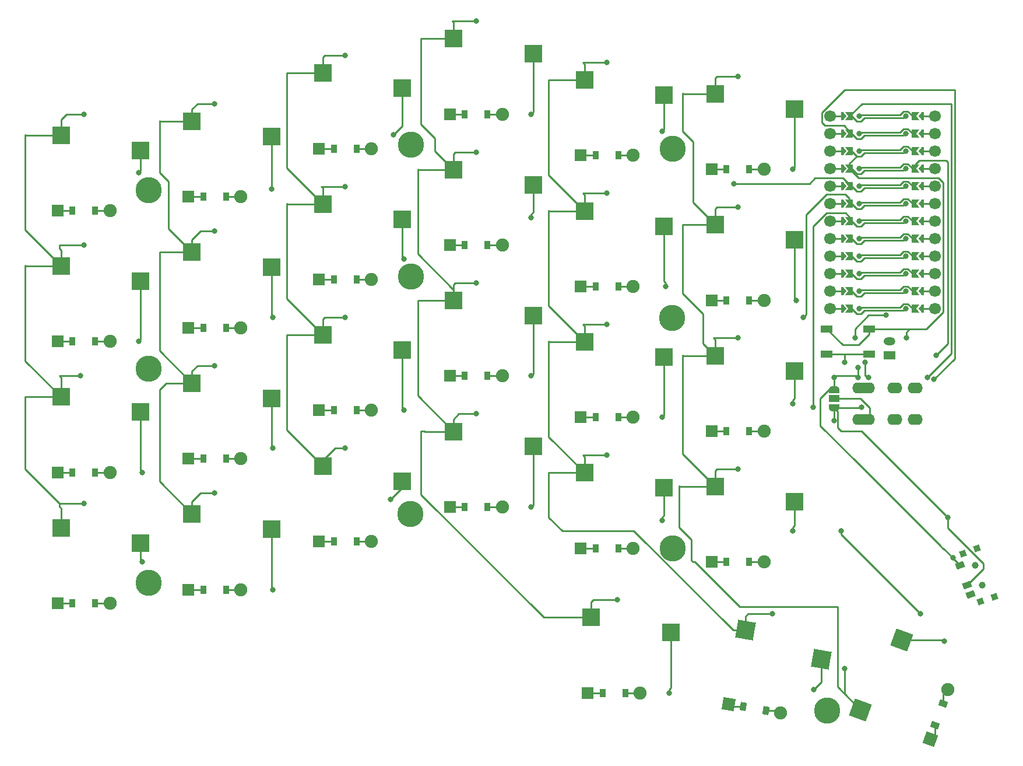
<source format=gbr>
%TF.GenerationSoftware,KiCad,Pcbnew,8.0.5-8.0.5-0~ubuntu20.04.1*%
%TF.CreationDate,2024-10-07T16:46:15+02:00*%
%TF.ProjectId,keyboard_pcb,6b657962-6f61-4726-945f-7063622e6b69,v1.0.0*%
%TF.SameCoordinates,Original*%
%TF.FileFunction,Copper,L2,Bot*%
%TF.FilePolarity,Positive*%
%FSLAX46Y46*%
G04 Gerber Fmt 4.6, Leading zero omitted, Abs format (unit mm)*
G04 Created by KiCad (PCBNEW 8.0.5-8.0.5-0~ubuntu20.04.1) date 2024-10-07 16:46:15*
%MOMM*%
%LPD*%
G01*
G04 APERTURE LIST*
G04 Aperture macros list*
%AMRotRect*
0 Rectangle, with rotation*
0 The origin of the aperture is its center*
0 $1 length*
0 $2 width*
0 $3 Rotation angle, in degrees counterclockwise*
0 Add horizontal line*
21,1,$1,$2,0,0,$3*%
%AMFreePoly0*
4,1,6,0.250000,0.000000,-0.250000,-0.625000,-0.500000,-0.625000,-0.500000,0.625000,-0.250000,0.625000,0.250000,0.000000,0.250000,0.000000,$1*%
%AMFreePoly1*
4,1,6,0.500000,-0.625000,-0.650000,-0.625000,-0.150000,0.000000,-0.650000,0.625000,0.500000,0.625000,0.500000,-0.625000,0.500000,-0.625000,$1*%
%AMFreePoly2*
4,1,19,0.550000,-0.750000,0.000000,-0.750000,0.000000,-0.744911,-0.071157,-0.744911,-0.207708,-0.704816,-0.327430,-0.627875,-0.420627,-0.520320,-0.479746,-0.390866,-0.500000,-0.250000,-0.500000,0.250000,-0.479746,0.390866,-0.420627,0.520320,-0.327430,0.627875,-0.207708,0.704816,-0.071157,0.744911,0.000000,0.744911,0.000000,0.750000,0.550000,0.750000,0.550000,-0.750000,0.550000,-0.750000,
$1*%
%AMFreePoly3*
4,1,19,0.000000,0.744911,0.071157,0.744911,0.207708,0.704816,0.327430,0.627875,0.420627,0.520320,0.479746,0.390866,0.500000,0.250000,0.500000,-0.250000,0.479746,-0.390866,0.420627,-0.520320,0.327430,-0.627875,0.207708,-0.704816,0.071157,-0.744911,0.000000,-0.744911,0.000000,-0.750000,-0.550000,-0.750000,-0.550000,0.750000,0.000000,0.750000,0.000000,0.744911,0.000000,0.744911,
$1*%
G04 Aperture macros list end*
%TA.AperFunction,WasherPad*%
%ADD10C,1.000000*%
%TD*%
%TA.AperFunction,SMDPad,CuDef*%
%ADD11R,2.600000X2.600000*%
%TD*%
%TA.AperFunction,ComponentPad*%
%ADD12R,1.778000X1.778000*%
%TD*%
%TA.AperFunction,SMDPad,CuDef*%
%ADD13R,0.900000X1.200000*%
%TD*%
%TA.AperFunction,ComponentPad*%
%ADD14C,1.905000*%
%TD*%
%TA.AperFunction,SMDPad,CuDef*%
%ADD15FreePoly0,180.000000*%
%TD*%
%TA.AperFunction,ComponentPad*%
%ADD16C,1.700000*%
%TD*%
%TA.AperFunction,SMDPad,CuDef*%
%ADD17FreePoly0,0.000000*%
%TD*%
%TA.AperFunction,SMDPad,CuDef*%
%ADD18FreePoly1,0.000000*%
%TD*%
%TA.AperFunction,ComponentPad*%
%ADD19C,0.800000*%
%TD*%
%TA.AperFunction,SMDPad,CuDef*%
%ADD20FreePoly1,180.000000*%
%TD*%
%TA.AperFunction,ComponentPad*%
%ADD21C,3.800000*%
%TD*%
%TA.AperFunction,ComponentPad*%
%ADD22R,1.700000X1.200000*%
%TD*%
%TA.AperFunction,ComponentPad*%
%ADD23O,1.700000X1.200000*%
%TD*%
%TA.AperFunction,SMDPad,CuDef*%
%ADD24RotRect,0.900000X0.900000X290.000000*%
%TD*%
%TA.AperFunction,SMDPad,CuDef*%
%ADD25RotRect,0.900000X1.250000X290.000000*%
%TD*%
%TA.AperFunction,SMDPad,CuDef*%
%ADD26RotRect,2.600000X2.600000X70.000000*%
%TD*%
%TA.AperFunction,ComponentPad*%
%ADD27RotRect,1.778000X1.778000X70.000000*%
%TD*%
%TA.AperFunction,SMDPad,CuDef*%
%ADD28RotRect,0.900000X1.200000X70.000000*%
%TD*%
%TA.AperFunction,ComponentPad*%
%ADD29O,2.200000X1.600000*%
%TD*%
%TA.AperFunction,SMDPad,CuDef*%
%ADD30R,1.800000X1.100000*%
%TD*%
%TA.AperFunction,ComponentPad*%
%ADD31RotRect,1.778000X1.778000X350.000000*%
%TD*%
%TA.AperFunction,SMDPad,CuDef*%
%ADD32RotRect,0.900000X1.200000X350.000000*%
%TD*%
%TA.AperFunction,SMDPad,CuDef*%
%ADD33RotRect,2.600000X2.600000X350.000000*%
%TD*%
%TA.AperFunction,SMDPad,CuDef*%
%ADD34FreePoly2,270.000000*%
%TD*%
%TA.AperFunction,SMDPad,CuDef*%
%ADD35R,1.500000X1.000000*%
%TD*%
%TA.AperFunction,SMDPad,CuDef*%
%ADD36FreePoly3,270.000000*%
%TD*%
%TA.AperFunction,ViaPad*%
%ADD37C,0.800000*%
%TD*%
%TA.AperFunction,Conductor*%
%ADD38C,0.250000*%
%TD*%
G04 APERTURE END LIST*
D10*
%TO.P,T1,*%
%TO.N,*%
X229486970Y-149500000D03*
X230513030Y-152319078D03*
%TD*%
D11*
%TO.P,S1,1*%
%TO.N,COL0*%
X96725000Y-144050000D03*
%TO.P,S1,2*%
%TO.N,pinky_bottom*%
X108275000Y-146250000D03*
%TD*%
D12*
%TO.P,D6,1*%
%TO.N,ROW3*%
X115190000Y-134000000D03*
D13*
X117350000Y-134000000D03*
%TO.P,D6,2*%
%TO.N,shift_home*%
X120650000Y-134000000D03*
D14*
X122810000Y-134000000D03*
%TD*%
D11*
%TO.P,S19,1*%
%TO.N,COL4*%
X172725000Y-98050000D03*
%TO.P,S19,2*%
%TO.N,index_num*%
X184275000Y-100250000D03*
%TD*%
D12*
%TO.P,D10,1*%
%TO.N,ROW3*%
X134190000Y-127000000D03*
D13*
X136350000Y-127000000D03*
%TO.P,D10,2*%
%TO.N,ring_home*%
X139650000Y-127000000D03*
D14*
X141810000Y-127000000D03*
%TD*%
D15*
%TO.P,MCU1,1*%
%TO.N,MCU1_1*%
X221500000Y-84300000D03*
D16*
X223620000Y-84300000D03*
D15*
%TO.P,MCU1,2*%
%TO.N,MCU1_2*%
X221500000Y-86840000D03*
D16*
X223620000Y-86840000D03*
D15*
%TO.P,MCU1,3*%
%TO.N,MCU1_3*%
X221500000Y-89380000D03*
D16*
X223620000Y-89380000D03*
D15*
%TO.P,MCU1,4*%
%TO.N,MCU1_4*%
X221500000Y-91920000D03*
D16*
X223620000Y-91920000D03*
D15*
%TO.P,MCU1,5*%
%TO.N,MCU1_5*%
X221500000Y-94460000D03*
D16*
X223620000Y-94460000D03*
D15*
%TO.P,MCU1,6*%
%TO.N,MCU1_6*%
X221500000Y-97000000D03*
D16*
X223620000Y-97000000D03*
D15*
%TO.P,MCU1,7*%
%TO.N,MCU1_7*%
X221500000Y-99540000D03*
D16*
X223620000Y-99540000D03*
D15*
%TO.P,MCU1,8*%
%TO.N,MCU1_8*%
X221500000Y-102080000D03*
D16*
X223620000Y-102080000D03*
D15*
%TO.P,MCU1,9*%
%TO.N,MCU1_9*%
X221500000Y-104620000D03*
D16*
X223620000Y-104620000D03*
D15*
%TO.P,MCU1,10*%
%TO.N,MCU1_10*%
X221500000Y-107160000D03*
D16*
X223620000Y-107160000D03*
D15*
%TO.P,MCU1,11*%
%TO.N,MCU1_11*%
X221500000Y-109700000D03*
D16*
X223620000Y-109700000D03*
D15*
%TO.P,MCU1,12*%
%TO.N,MCU1_12*%
X221500000Y-112240000D03*
D16*
X223620000Y-112240000D03*
%TO.P,MCU1,13*%
%TO.N,MCU1_13*%
X208380000Y-112240000D03*
D17*
X210500000Y-112240000D03*
D16*
%TO.P,MCU1,14*%
%TO.N,MCU1_14*%
X208380000Y-109700000D03*
D17*
X210500000Y-109700000D03*
D16*
%TO.P,MCU1,15*%
%TO.N,MCU1_15*%
X208380000Y-107160000D03*
D17*
X210500000Y-107160000D03*
D16*
%TO.P,MCU1,16*%
%TO.N,MCU1_16*%
X208380000Y-104620000D03*
D17*
X210500000Y-104620000D03*
D16*
%TO.P,MCU1,17*%
%TO.N,MCU1_17*%
X208380000Y-102080000D03*
D17*
X210500000Y-102080000D03*
D16*
%TO.P,MCU1,18*%
%TO.N,MCU1_18*%
X208380000Y-99540000D03*
D17*
X210500000Y-99540000D03*
D16*
%TO.P,MCU1,19*%
%TO.N,MCU1_19*%
X208380000Y-97000000D03*
D17*
X210500000Y-97000000D03*
D16*
%TO.P,MCU1,20*%
%TO.N,MCU1_20*%
X208380000Y-94460000D03*
D17*
X210500000Y-94460000D03*
D16*
%TO.P,MCU1,21*%
%TO.N,MCU1_21*%
X208380000Y-91920000D03*
D17*
X210500000Y-91920000D03*
D16*
%TO.P,MCU1,22*%
%TO.N,MCU1_22*%
X208380000Y-89380000D03*
D17*
X210500000Y-89380000D03*
D16*
%TO.P,MCU1,23*%
%TO.N,MCU1_23*%
X208380000Y-86840000D03*
D17*
X210500000Y-86840000D03*
D16*
%TO.P,MCU1,24*%
%TO.N,MCU1_24*%
X208380000Y-84300000D03*
D17*
X210500000Y-84300000D03*
D18*
%TO.P,MCU1,101*%
%TO.N,P1*%
X211225000Y-84300000D03*
D19*
X219400000Y-84300000D03*
D18*
%TO.P,MCU1,102*%
%TO.N,P0*%
X211225000Y-86840000D03*
D19*
X219400000Y-86840000D03*
D18*
%TO.P,MCU1,103*%
%TO.N,GND*%
X211225000Y-89380000D03*
D19*
X219400000Y-89380000D03*
D18*
%TO.P,MCU1,104*%
X211225000Y-91920000D03*
D19*
X219400000Y-91920000D03*
D18*
%TO.P,MCU1,105*%
%TO.N,COL0*%
X211225000Y-94460000D03*
D19*
X219400000Y-94460000D03*
D18*
%TO.P,MCU1,106*%
%TO.N,COL1*%
X211225000Y-97000000D03*
D19*
X219400000Y-97000000D03*
D18*
%TO.P,MCU1,107*%
%TO.N,COL2*%
X211225000Y-99540000D03*
D19*
X219400000Y-99540000D03*
D18*
%TO.P,MCU1,108*%
%TO.N,COL3*%
X211225000Y-102080000D03*
D19*
X219400000Y-102080000D03*
D18*
%TO.P,MCU1,109*%
%TO.N,COL4*%
X211225000Y-104620000D03*
D19*
X219400000Y-104620000D03*
D18*
%TO.P,MCU1,110*%
%TO.N,COL5*%
X211225000Y-107160000D03*
D19*
X219400000Y-107160000D03*
D18*
%TO.P,MCU1,111*%
%TO.N,P8*%
X211225000Y-109700000D03*
D19*
X219400000Y-109700000D03*
D18*
%TO.P,MCU1,112*%
%TO.N,P9*%
X211225000Y-112240000D03*
D19*
X219400000Y-112240000D03*
%TO.P,MCU1,113*%
%TO.N,P10*%
X212600000Y-112240000D03*
D20*
X220775000Y-112240000D03*
D19*
%TO.P,MCU1,114*%
%TO.N,P16*%
X212600000Y-109700000D03*
D20*
X220775000Y-109700000D03*
D19*
%TO.P,MCU1,115*%
%TO.N,P14*%
X212600000Y-107160000D03*
D20*
X220775000Y-107160000D03*
D19*
%TO.P,MCU1,116*%
%TO.N,ROW4*%
X212600000Y-104620000D03*
D20*
X220775000Y-104620000D03*
D19*
%TO.P,MCU1,117*%
%TO.N,ROW3*%
X212600000Y-102080000D03*
D20*
X220775000Y-102080000D03*
D19*
%TO.P,MCU1,118*%
%TO.N,ROW2*%
X212600000Y-99540000D03*
D20*
X220775000Y-99540000D03*
D19*
%TO.P,MCU1,119*%
%TO.N,ROW1*%
X212600000Y-97000000D03*
D20*
X220775000Y-97000000D03*
D19*
%TO.P,MCU1,120*%
%TO.N,ROW0*%
X212600000Y-94460000D03*
D20*
X220775000Y-94460000D03*
D19*
%TO.P,MCU1,121*%
%TO.N,VCC*%
X212600000Y-91920000D03*
D20*
X220775000Y-91920000D03*
D19*
%TO.P,MCU1,122*%
%TO.N,RST*%
X212600000Y-89380000D03*
D20*
X220775000Y-89380000D03*
D19*
%TO.P,MCU1,123*%
%TO.N,GND*%
X212600000Y-86840000D03*
D20*
X220775000Y-86840000D03*
D19*
%TO.P,MCU1,124*%
%TO.N,RAW*%
X212600000Y-84300000D03*
D20*
X220775000Y-84300000D03*
%TD*%
D11*
%TO.P,S8,1*%
%TO.N,COL1*%
X115725000Y-85050000D03*
%TO.P,S8,2*%
%TO.N,shift_top*%
X127275000Y-87250000D03*
%TD*%
D12*
%TO.P,D17,1*%
%TO.N,ROW4*%
X172190000Y-147000000D03*
D13*
X174350000Y-147000000D03*
%TO.P,D17,2*%
%TO.N,index_bottom*%
X177650000Y-147000000D03*
D14*
X179810000Y-147000000D03*
%TD*%
D11*
%TO.P,S3,1*%
%TO.N,COL0*%
X96725000Y-106050000D03*
%TO.P,S3,2*%
%TO.N,pinky_num*%
X108275000Y-108250000D03*
%TD*%
D12*
%TO.P,D23,1*%
%TO.N,ROW2*%
X191190000Y-111000000D03*
D13*
X193350000Y-111000000D03*
%TO.P,D23,2*%
%TO.N,inner_num*%
X196650000Y-111000000D03*
D14*
X198810000Y-111000000D03*
%TD*%
D21*
%TO.P,H3,*%
%TO.N,*%
X109450000Y-152000000D03*
%TD*%
%TO.P,H8,*%
%TO.N,*%
X109450000Y-120920000D03*
%TD*%
D12*
%TO.P,D2,1*%
%TO.N,ROW3*%
X96190000Y-136000000D03*
D13*
X98350000Y-136000000D03*
%TO.P,D2,2*%
%TO.N,pinky_home*%
X101650000Y-136000000D03*
D14*
X103810000Y-136000000D03*
%TD*%
D12*
%TO.P,D21,1*%
%TO.N,ROW4*%
X191190000Y-149000000D03*
D13*
X193350000Y-149000000D03*
%TO.P,D21,2*%
%TO.N,inner_bottom*%
X196650000Y-149000000D03*
D14*
X198810000Y-149000000D03*
%TD*%
D22*
%TO.P,JST2,1*%
%TO.N,VCC*%
X217000000Y-119000000D03*
D23*
%TO.P,JST2,2*%
%TO.N,GND*%
X217000000Y-117000000D03*
%TD*%
D24*
%TO.P,T2,*%
%TO.N,*%
X229768187Y-147056454D03*
X227700865Y-147808898D03*
D10*
X229486970Y-149500000D03*
X230513030Y-152319078D03*
D24*
X232299135Y-154010180D03*
X230231813Y-154762624D03*
D25*
%TO.P,T2,1*%
%TO.N,VCC*%
X227280592Y-149504921D03*
%TO.P,T2,2*%
%TO.N,GND*%
X228306653Y-152324000D03*
%TO.P,T2,3*%
%TO.N,N/C*%
X228819683Y-153733539D03*
%TD*%
D12*
%TO.P,D19,1*%
%TO.N,ROW2*%
X172190000Y-109000000D03*
D13*
X174350000Y-109000000D03*
%TO.P,D19,2*%
%TO.N,index_num*%
X177650000Y-109000000D03*
D14*
X179810000Y-109000000D03*
%TD*%
D12*
%TO.P,D8,1*%
%TO.N,ROW1*%
X115190000Y-96000000D03*
D13*
X117350000Y-96000000D03*
%TO.P,D8,2*%
%TO.N,shift_top*%
X120650000Y-96000000D03*
D14*
X122810000Y-96000000D03*
%TD*%
D22*
%TO.P,JST1,1*%
%TO.N,VCC*%
X217000000Y-119000000D03*
D23*
%TO.P,JST1,2*%
%TO.N,GND*%
X217000000Y-117000000D03*
%TD*%
D11*
%TO.P,S16,1*%
%TO.N,COL3*%
X153725000Y-73050000D03*
%TO.P,S16,2*%
%TO.N,middle_top*%
X165275000Y-75250000D03*
%TD*%
%TO.P,S4,1*%
%TO.N,COL0*%
X96725000Y-87050000D03*
%TO.P,S4,2*%
%TO.N,pinky_top*%
X108275000Y-89250000D03*
%TD*%
D12*
%TO.P,D11,1*%
%TO.N,ROW2*%
X134190000Y-108000000D03*
D13*
X136350000Y-108000000D03*
%TO.P,D11,2*%
%TO.N,ring_num*%
X139650000Y-108000000D03*
D14*
X141810000Y-108000000D03*
%TD*%
D11*
%TO.P,S2,1*%
%TO.N,COL0*%
X96725000Y-125050000D03*
%TO.P,S2,2*%
%TO.N,pinky_home*%
X108275000Y-127250000D03*
%TD*%
%TO.P,S24,1*%
%TO.N,COL5*%
X191725000Y-81050000D03*
%TO.P,S24,2*%
%TO.N,inner_top*%
X203275000Y-83250000D03*
%TD*%
D26*
%TO.P,S27,1*%
%TO.N,COL5*%
X212821964Y-170453458D03*
%TO.P,S27,2*%
%TO.N,far_thumb*%
X218839620Y-160352453D03*
%TD*%
D12*
%TO.P,D15,1*%
%TO.N,ROW2*%
X153190000Y-103000000D03*
D13*
X155350000Y-103000000D03*
%TO.P,D15,2*%
%TO.N,middle_num*%
X158650000Y-103000000D03*
D14*
X160810000Y-103000000D03*
%TD*%
D12*
%TO.P,D18,1*%
%TO.N,ROW3*%
X172190000Y-128000000D03*
D13*
X174350000Y-128000000D03*
%TO.P,D18,2*%
%TO.N,index_home*%
X177650000Y-128000000D03*
D14*
X179810000Y-128000000D03*
%TD*%
D27*
%TO.P,D27,1*%
%TO.N,ROW0*%
X222928617Y-174701314D03*
D28*
X223667381Y-172671578D03*
%TO.P,D27,2*%
%TO.N,far_thumb*%
X224796047Y-169570592D03*
D14*
X225534811Y-167540856D03*
%TD*%
D21*
%TO.P,H2,*%
%TO.N,*%
X109450000Y-95000000D03*
%TD*%
%TO.P,H1,*%
%TO.N,*%
X185550000Y-89000000D03*
%TD*%
D12*
%TO.P,D25,1*%
%TO.N,ROW0*%
X173190000Y-168000000D03*
D13*
X175350000Y-168000000D03*
%TO.P,D25,2*%
%TO.N,near_thumb*%
X178650000Y-168000000D03*
D14*
X180810000Y-168000000D03*
%TD*%
D29*
%TO.P,TRRS1,1*%
%TO.N,VCC*%
X212700000Y-123700000D03*
X212700000Y-128300000D03*
%TO.P,TRRS1,2*%
%TO.N,GND*%
X213800000Y-123700000D03*
X213800000Y-128300000D03*
%TO.P,TRRS1,3*%
%TO.N,P1*%
X217800000Y-123700000D03*
X217800000Y-128300000D03*
%TO.P,TRRS1,4*%
%TO.N,P0*%
X220800000Y-123700000D03*
X220800000Y-128300000D03*
%TD*%
D12*
%TO.P,D14,1*%
%TO.N,ROW3*%
X153190000Y-122000000D03*
D13*
X155350000Y-122000000D03*
%TO.P,D14,2*%
%TO.N,middle_home*%
X158650000Y-122000000D03*
D14*
X160810000Y-122000000D03*
%TD*%
D11*
%TO.P,S20,1*%
%TO.N,COL4*%
X172725000Y-79050000D03*
%TO.P,S20,2*%
%TO.N,index_top*%
X184275000Y-81250000D03*
%TD*%
%TO.P,S11,1*%
%TO.N,COL2*%
X134725000Y-97050000D03*
%TO.P,S11,2*%
%TO.N,ring_num*%
X146275000Y-99250000D03*
%TD*%
%TO.P,S9,1*%
%TO.N,COL2*%
X134725000Y-135050000D03*
%TO.P,S9,2*%
%TO.N,ring_bottom*%
X146275000Y-137250000D03*
%TD*%
%TO.P,S12,1*%
%TO.N,COL2*%
X134725000Y-78050000D03*
%TO.P,S12,2*%
%TO.N,ring_top*%
X146275000Y-80250000D03*
%TD*%
D12*
%TO.P,D12,1*%
%TO.N,ROW1*%
X134190000Y-89000000D03*
D13*
X136350000Y-89000000D03*
%TO.P,D12,2*%
%TO.N,ring_top*%
X139650000Y-89000000D03*
D14*
X141810000Y-89000000D03*
%TD*%
D11*
%TO.P,S10,1*%
%TO.N,COL2*%
X134725000Y-116050000D03*
%TO.P,S10,2*%
%TO.N,ring_home*%
X146275000Y-118250000D03*
%TD*%
D30*
%TO.P,B2,1*%
%TO.N,GND*%
X207900000Y-115150000D03*
X214100000Y-115150000D03*
%TO.P,B2,2*%
%TO.N,RST*%
X207900000Y-118850000D03*
X214100000Y-118850000D03*
%TD*%
D12*
%TO.P,D13,1*%
%TO.N,ROW4*%
X153190000Y-141000000D03*
D13*
X155350000Y-141000000D03*
%TO.P,D13,2*%
%TO.N,middle_bottom*%
X158650000Y-141000000D03*
D14*
X160810000Y-141000000D03*
%TD*%
D21*
%TO.P,H5,*%
%TO.N,*%
X147550000Y-107550000D03*
%TD*%
D11*
%TO.P,S5,1*%
%TO.N,COL1*%
X115725000Y-142050000D03*
%TO.P,S5,2*%
%TO.N,shift_bottom*%
X127275000Y-144250000D03*
%TD*%
D21*
%TO.P,H7,*%
%TO.N,*%
X208012759Y-170538758D03*
%TD*%
D11*
%TO.P,S13,1*%
%TO.N,COL3*%
X153725000Y-130050000D03*
%TO.P,S13,2*%
%TO.N,middle_bottom*%
X165275000Y-132250000D03*
%TD*%
%TO.P,S17,1*%
%TO.N,COL4*%
X172725000Y-136050000D03*
%TO.P,S17,2*%
%TO.N,index_bottom*%
X184275000Y-138250000D03*
%TD*%
D21*
%TO.P,H4,*%
%TO.N,*%
X185550000Y-147000000D03*
%TD*%
D12*
%TO.P,D24,1*%
%TO.N,ROW1*%
X191190000Y-92000000D03*
D13*
X193350000Y-92000000D03*
%TO.P,D24,2*%
%TO.N,inner_top*%
X196650000Y-92000000D03*
D14*
X198810000Y-92000000D03*
%TD*%
D11*
%TO.P,S21,1*%
%TO.N,COL5*%
X191725000Y-138050000D03*
%TO.P,S21,2*%
%TO.N,inner_bottom*%
X203275000Y-140250000D03*
%TD*%
D12*
%TO.P,D22,1*%
%TO.N,ROW3*%
X191190000Y-130000000D03*
D13*
X193350000Y-130000000D03*
%TO.P,D22,2*%
%TO.N,inner_home*%
X196650000Y-130000000D03*
D14*
X198810000Y-130000000D03*
%TD*%
D12*
%TO.P,D9,1*%
%TO.N,ROW4*%
X134190000Y-146000000D03*
D13*
X136350000Y-146000000D03*
%TO.P,D9,2*%
%TO.N,ring_bottom*%
X139650000Y-146000000D03*
D14*
X141810000Y-146000000D03*
%TD*%
D11*
%TO.P,S18,1*%
%TO.N,COL4*%
X172725000Y-117050000D03*
%TO.P,S18,2*%
%TO.N,index_home*%
X184275000Y-119250000D03*
%TD*%
D12*
%TO.P,D5,1*%
%TO.N,ROW4*%
X115190000Y-153000000D03*
D13*
X117350000Y-153000000D03*
%TO.P,D5,2*%
%TO.N,shift_bottom*%
X120650000Y-153000000D03*
D14*
X122810000Y-153000000D03*
%TD*%
D11*
%TO.P,S22,1*%
%TO.N,COL5*%
X191725000Y-119050000D03*
%TO.P,S22,2*%
%TO.N,inner_home*%
X203275000Y-121250000D03*
%TD*%
D12*
%TO.P,D3,1*%
%TO.N,ROW2*%
X96190000Y-117000000D03*
D13*
X98350000Y-117000000D03*
%TO.P,D3,2*%
%TO.N,pinky_num*%
X101650000Y-117000000D03*
D14*
X103810000Y-117000000D03*
%TD*%
D12*
%TO.P,D4,1*%
%TO.N,ROW1*%
X96190000Y-98000000D03*
D13*
X98350000Y-98000000D03*
%TO.P,D4,2*%
%TO.N,pinky_top*%
X101650000Y-98000000D03*
D14*
X103810000Y-98000000D03*
%TD*%
D21*
%TO.P,H6,*%
%TO.N,*%
X147450000Y-142000000D03*
%TD*%
D11*
%TO.P,S23,1*%
%TO.N,COL5*%
X191725000Y-100050000D03*
%TO.P,S23,2*%
%TO.N,inner_num*%
X203275000Y-102250000D03*
%TD*%
D31*
%TO.P,D26,1*%
%TO.N,ROW0*%
X193674094Y-169606650D03*
D32*
X195801281Y-169981731D03*
%TO.P,D26,2*%
%TO.N,home_thumb*%
X199051147Y-170554769D03*
D14*
X201178334Y-170929850D03*
%TD*%
D12*
%TO.P,D7,1*%
%TO.N,ROW2*%
X115190000Y-115000000D03*
D13*
X117350000Y-115000000D03*
%TO.P,D7,2*%
%TO.N,shift_num*%
X120650000Y-115000000D03*
D14*
X122810000Y-115000000D03*
%TD*%
D11*
%TO.P,S6,1*%
%TO.N,COL1*%
X115725000Y-123050000D03*
%TO.P,S6,2*%
%TO.N,shift_home*%
X127275000Y-125250000D03*
%TD*%
%TO.P,S25,1*%
%TO.N,COL3*%
X173725000Y-157050000D03*
%TO.P,S25,2*%
%TO.N,near_thumb*%
X185275000Y-159250000D03*
%TD*%
D21*
%TO.P,H9,*%
%TO.N,*%
X147550000Y-88450000D03*
%TD*%
%TO.P,H10,*%
%TO.N,*%
X185450000Y-113550000D03*
%TD*%
D33*
%TO.P,S26,1*%
%TO.N,COL4*%
X196102416Y-158915907D03*
%TO.P,S26,2*%
%TO.N,home_thumb*%
X207094920Y-163088121D03*
%TD*%
D11*
%TO.P,S7,1*%
%TO.N,COL1*%
X115725000Y-104050000D03*
%TO.P,S7,2*%
%TO.N,shift_num*%
X127275000Y-106250000D03*
%TD*%
D12*
%TO.P,D16,1*%
%TO.N,ROW1*%
X153190000Y-84000000D03*
D13*
X155350000Y-84000000D03*
%TO.P,D16,2*%
%TO.N,middle_top*%
X158650000Y-84000000D03*
D14*
X160810000Y-84000000D03*
%TD*%
D12*
%TO.P,D1,1*%
%TO.N,ROW4*%
X96190000Y-155000000D03*
D13*
X98350000Y-155000000D03*
%TO.P,D1,2*%
%TO.N,pinky_bottom*%
X101650000Y-155000000D03*
D14*
X103810000Y-155000000D03*
%TD*%
D11*
%TO.P,S15,1*%
%TO.N,COL3*%
X153725000Y-92050000D03*
%TO.P,S15,2*%
%TO.N,middle_num*%
X165275000Y-94250000D03*
%TD*%
%TO.P,S14,1*%
%TO.N,COL3*%
X153725000Y-111050000D03*
%TO.P,S14,2*%
%TO.N,middle_home*%
X165275000Y-113250000D03*
%TD*%
D12*
%TO.P,D20,1*%
%TO.N,ROW1*%
X172190000Y-90000000D03*
D13*
X174350000Y-90000000D03*
%TO.P,D20,2*%
%TO.N,index_top*%
X177650000Y-90000000D03*
D14*
X179810000Y-90000000D03*
%TD*%
D34*
%TO.P,REF\u002A\u002A,1*%
%TO.N,VCC*%
X209000000Y-124000000D03*
D35*
%TO.P,REF\u002A\u002A,2*%
%TO.N,GND*%
X209000000Y-125300000D03*
D36*
%TO.P,REF\u002A\u002A,3*%
X209000000Y-126600000D03*
%TD*%
D37*
%TO.N,COL0*%
X100000000Y-140500000D03*
X100000000Y-84000000D03*
X194412347Y-94087653D03*
X99500000Y-122000000D03*
X100000000Y-103000000D03*
%TO.N,pinky_bottom*%
X108500000Y-149000000D03*
%TO.N,pinky_home*%
X108500000Y-136000000D03*
%TO.N,pinky_num*%
X108000000Y-117000000D03*
%TO.N,pinky_top*%
X108000000Y-92500000D03*
%TO.N,COL1*%
X119000000Y-120500000D03*
X204500000Y-113500000D03*
X119000000Y-101000000D03*
X119000000Y-82500000D03*
X119000000Y-139000000D03*
%TO.N,shift_bottom*%
X127500000Y-153000000D03*
%TO.N,shift_home*%
X127487347Y-132487347D03*
%TO.N,shift_num*%
X127500000Y-113500000D03*
%TO.N,shift_top*%
X127332347Y-94832347D03*
%TO.N,COL2*%
X138000000Y-113500000D03*
X138000000Y-132500000D03*
X205950000Y-126500000D03*
X138000000Y-94500000D03*
X138000000Y-75500000D03*
%TO.N,ring_bottom*%
X144561297Y-139938703D03*
%TO.N,ring_home*%
X146500000Y-127000000D03*
%TO.N,ring_num*%
X146500000Y-105000000D03*
%TO.N,ring_top*%
X145000000Y-87000000D03*
%TO.N,COL3*%
X157000000Y-127500000D03*
X157000000Y-70500000D03*
X177500000Y-154500000D03*
X157000000Y-89500000D03*
X157000000Y-108500000D03*
%TO.N,middle_bottom*%
X165000000Y-141000000D03*
%TO.N,middle_home*%
X165000000Y-122000000D03*
%TO.N,middle_num*%
X165000000Y-99000000D03*
%TO.N,middle_top*%
X165000000Y-84000000D03*
%TO.N,COL4*%
X176000000Y-95500000D03*
X176000000Y-76500000D03*
X200000000Y-156500000D03*
X176000000Y-114500000D03*
X176000000Y-133500000D03*
%TO.N,index_bottom*%
X184000000Y-143000000D03*
%TO.N,index_home*%
X184000000Y-128000000D03*
%TO.N,index_num*%
X184500000Y-109000000D03*
%TO.N,index_top*%
X184000000Y-86500000D03*
%TO.N,COL5*%
X195000000Y-135500000D03*
X195000000Y-116500000D03*
X210500000Y-164500000D03*
X195000000Y-97500000D03*
X195000000Y-78500000D03*
%TO.N,inner_bottom*%
X203000000Y-144500000D03*
%TO.N,inner_home*%
X203000000Y-126000000D03*
%TO.N,inner_num*%
X203500000Y-111000000D03*
%TO.N,inner_top*%
X203000000Y-92000000D03*
%TO.N,near_thumb*%
X185000000Y-168000000D03*
%TO.N,home_thumb*%
X206000000Y-167500000D03*
%TO.N,far_thumb*%
X225000000Y-160500000D03*
%TO.N,ROW0*%
X210000000Y-144500000D03*
X221500000Y-156500000D03*
%TO.N,GND*%
X213000000Y-126500000D03*
X213500000Y-120000000D03*
X214000000Y-122225000D03*
X209000000Y-128500000D03*
X225500000Y-142500000D03*
X219500000Y-116500000D03*
%TO.N,RST*%
X212000000Y-116500000D03*
X216500000Y-113195000D03*
X210500000Y-120000000D03*
%TO.N,VCC*%
X212500000Y-120775000D03*
X212500000Y-122225000D03*
X223775000Y-119000000D03*
X226225000Y-148362165D03*
X209000000Y-122225000D03*
%TO.N,P1*%
X222500000Y-122225000D03*
%TO.N,P0*%
X223500000Y-122500000D03*
%TD*%
D38*
%TO.N,COL0*%
X96500000Y-141000000D02*
X96725000Y-141225000D01*
X205412347Y-94087653D02*
X206215000Y-93285000D01*
X96725000Y-106050000D02*
X91500000Y-100825000D01*
X194412347Y-94087653D02*
X205412347Y-94087653D01*
X91500000Y-135500000D02*
X91500000Y-125000000D01*
X211574695Y-94460000D02*
X212299695Y-95185000D01*
X211225000Y-94460000D02*
X211574695Y-94460000D01*
X206215000Y-93285000D02*
X210285000Y-93285000D01*
X100000000Y-84000000D02*
X97500000Y-84000000D01*
X96725000Y-84775000D02*
X96725000Y-87050000D01*
X96725000Y-122225000D02*
X96725000Y-125050000D01*
X212900305Y-95185000D02*
X213395305Y-94690000D01*
X100000000Y-140500000D02*
X96500000Y-140500000D01*
X91500000Y-119825000D02*
X91500000Y-106000000D01*
X212299695Y-95185000D02*
X212900305Y-95185000D01*
X91550000Y-106050000D02*
X96725000Y-106050000D01*
X96725000Y-141225000D02*
X96725000Y-144050000D01*
X91550000Y-125050000D02*
X96725000Y-125050000D01*
X96500000Y-103000000D02*
X96500000Y-103500000D01*
X91550000Y-87050000D02*
X96725000Y-87050000D01*
X100000000Y-103000000D02*
X96500000Y-103000000D01*
X91500000Y-100825000D02*
X91500000Y-87000000D01*
X96500000Y-140500000D02*
X96500000Y-141000000D01*
X211225000Y-94225000D02*
X211225000Y-94460000D01*
X91500000Y-125000000D02*
X91550000Y-125050000D01*
X96500000Y-122000000D02*
X96725000Y-122225000D01*
X99500000Y-122000000D02*
X96500000Y-122000000D01*
X97500000Y-84000000D02*
X96725000Y-84775000D01*
X96725000Y-125050000D02*
X91500000Y-119825000D01*
X91500000Y-87000000D02*
X91550000Y-87050000D01*
X213395305Y-94690000D02*
X219170000Y-94690000D01*
X96500000Y-140500000D02*
X91500000Y-135500000D01*
X210285000Y-93285000D02*
X211225000Y-94225000D01*
X96725000Y-103725000D02*
X96725000Y-106050000D01*
X96500000Y-103500000D02*
X96725000Y-103725000D01*
X91500000Y-106000000D02*
X91550000Y-106050000D01*
%TO.N,pinky_bottom*%
X108275000Y-148775000D02*
X108275000Y-146250000D01*
X108500000Y-149000000D02*
X108275000Y-148775000D01*
X101650000Y-155000000D02*
X103810000Y-155000000D01*
%TO.N,pinky_home*%
X108275000Y-135775000D02*
X108275000Y-127250000D01*
X101650000Y-136000000D02*
X103810000Y-136000000D01*
X108500000Y-136000000D02*
X108275000Y-135775000D01*
%TO.N,pinky_num*%
X108000000Y-117000000D02*
X108275000Y-116725000D01*
X108275000Y-116725000D02*
X108275000Y-108250000D01*
X101650000Y-117000000D02*
X103810000Y-117000000D01*
%TO.N,pinky_top*%
X108275000Y-92225000D02*
X108275000Y-89250000D01*
X101650000Y-98000000D02*
X103810000Y-98000000D01*
X108000000Y-92500000D02*
X108275000Y-92225000D01*
%TO.N,COL1*%
X211225000Y-97000000D02*
X211574695Y-97000000D01*
X211225000Y-96225000D02*
X211225000Y-97000000D01*
X117000000Y-139000000D02*
X115725000Y-140275000D01*
X115725000Y-102275000D02*
X115725000Y-104050000D01*
X111950000Y-123050000D02*
X115725000Y-123050000D01*
X115725000Y-83275000D02*
X115725000Y-85050000D01*
X117000000Y-101000000D02*
X115725000Y-102275000D01*
X204900000Y-98628299D02*
X207893299Y-95635000D01*
X212299695Y-97725000D02*
X212900305Y-97725000D01*
X207893299Y-95635000D02*
X210635000Y-95635000D01*
X111000000Y-118325000D02*
X111000000Y-104000000D01*
X111000000Y-92500000D02*
X111000000Y-85000000D01*
X112274100Y-93774100D02*
X111000000Y-92500000D01*
X119000000Y-139000000D02*
X117000000Y-139000000D01*
X111000000Y-137325000D02*
X111000000Y-124000000D01*
X119000000Y-82500000D02*
X116500000Y-82500000D01*
X211574695Y-97000000D02*
X212299695Y-97725000D01*
X115725000Y-104050000D02*
X112274100Y-100599100D01*
X115725000Y-142050000D02*
X111000000Y-137325000D01*
X116500000Y-120500000D02*
X115725000Y-121275000D01*
X204500000Y-113500000D02*
X204900000Y-113100000D01*
X111000000Y-104000000D02*
X111050000Y-104050000D01*
X119000000Y-120500000D02*
X116500000Y-120500000D01*
X111000000Y-85000000D02*
X111050000Y-85050000D01*
X111000000Y-124000000D02*
X111950000Y-123050000D01*
X115725000Y-123050000D02*
X111000000Y-118325000D01*
X115725000Y-121275000D02*
X115725000Y-123050000D01*
X115725000Y-140275000D02*
X115725000Y-142050000D01*
X116500000Y-82500000D02*
X115725000Y-83275000D01*
X213395305Y-97230000D02*
X219170000Y-97230000D01*
X212900305Y-97725000D02*
X213395305Y-97230000D01*
X204900000Y-113100000D02*
X204900000Y-98628299D01*
X210635000Y-95635000D02*
X211225000Y-96225000D01*
X112274100Y-100599100D02*
X112274100Y-93774100D01*
X111050000Y-104050000D02*
X115725000Y-104050000D01*
X119000000Y-101000000D02*
X117000000Y-101000000D01*
X111050000Y-85050000D02*
X115725000Y-85050000D01*
%TO.N,shift_bottom*%
X127275000Y-152775000D02*
X127275000Y-144250000D01*
X127500000Y-153000000D02*
X127275000Y-152775000D01*
X120650000Y-153000000D02*
X122810000Y-153000000D01*
%TO.N,shift_home*%
X120650000Y-134000000D02*
X122810000Y-134000000D01*
X127275000Y-132275000D02*
X127275000Y-125250000D01*
X127487347Y-132487347D02*
X127275000Y-132275000D01*
%TO.N,shift_num*%
X120650000Y-115000000D02*
X122810000Y-115000000D01*
X127275000Y-113275000D02*
X127275000Y-106250000D01*
X127500000Y-113500000D02*
X127275000Y-113275000D01*
%TO.N,shift_top*%
X127275000Y-94775000D02*
X127275000Y-87250000D01*
X120650000Y-96000000D02*
X122810000Y-96000000D01*
X127332347Y-94832347D02*
X127275000Y-94775000D01*
%TO.N,COL2*%
X134500000Y-94500000D02*
X138000000Y-94500000D01*
X134725000Y-78050000D02*
X134725000Y-75775000D01*
X130000000Y-78000000D02*
X130050000Y-78050000D01*
X129500000Y-78000000D02*
X130000000Y-78000000D01*
X134725000Y-116050000D02*
X134725000Y-113775000D01*
X130050000Y-116050000D02*
X134725000Y-116050000D01*
X129500000Y-91825000D02*
X129500000Y-78000000D01*
X134725000Y-134275000D02*
X134725000Y-135050000D01*
X211574695Y-99540000D02*
X212299695Y-100265000D01*
X129500000Y-129825000D02*
X129500000Y-116000000D01*
X210680000Y-98365000D02*
X211225000Y-98910000D01*
X134725000Y-97050000D02*
X134725000Y-94725000D01*
X138000000Y-132500000D02*
X136500000Y-132500000D01*
X212900305Y-100265000D02*
X213395305Y-99770000D01*
X207893299Y-98365000D02*
X210680000Y-98365000D01*
X135000000Y-75500000D02*
X138000000Y-75500000D01*
X129500000Y-97000000D02*
X129550000Y-97050000D01*
X130050000Y-78050000D02*
X134725000Y-78050000D01*
X136500000Y-132500000D02*
X134725000Y-134275000D01*
X134725000Y-94725000D02*
X134500000Y-94500000D01*
X211225000Y-98910000D02*
X211225000Y-99540000D01*
X134725000Y-116050000D02*
X129500000Y-110825000D01*
X212299695Y-100265000D02*
X212900305Y-100265000D01*
X213395305Y-99770000D02*
X219170000Y-99770000D01*
X134725000Y-97050000D02*
X129500000Y-91825000D01*
X134725000Y-135050000D02*
X129500000Y-129825000D01*
X211225000Y-99540000D02*
X211574695Y-99540000D01*
X134725000Y-75775000D02*
X135000000Y-75500000D01*
X129500000Y-110825000D02*
X129500000Y-97000000D01*
X134725000Y-113775000D02*
X135000000Y-113500000D01*
X130000000Y-116000000D02*
X130050000Y-116050000D01*
X135000000Y-113500000D02*
X138000000Y-113500000D01*
X205950000Y-126500000D02*
X205950000Y-100308299D01*
X205950000Y-100308299D02*
X207893299Y-98365000D01*
X129500000Y-116000000D02*
X130000000Y-116000000D01*
X129550000Y-97050000D02*
X134725000Y-97050000D01*
%TO.N,ring_bottom*%
X146275000Y-138225000D02*
X146275000Y-137250000D01*
X144561297Y-139938703D02*
X146275000Y-138225000D01*
X139650000Y-146000000D02*
X141810000Y-146000000D01*
%TO.N,ring_home*%
X139650000Y-127000000D02*
X141810000Y-127000000D01*
X146500000Y-127000000D02*
X146275000Y-126775000D01*
X146275000Y-126775000D02*
X146275000Y-118250000D01*
%TO.N,ring_num*%
X146500000Y-105000000D02*
X146275000Y-104775000D01*
X146275000Y-104775000D02*
X146275000Y-99250000D01*
X139650000Y-108000000D02*
X141810000Y-108000000D01*
%TO.N,ring_top*%
X139650000Y-89000000D02*
X141810000Y-89000000D01*
X146275000Y-85725000D02*
X146275000Y-80250000D01*
X145000000Y-87000000D02*
X146275000Y-85725000D01*
%TO.N,COL3*%
X149000000Y-73000000D02*
X149050000Y-73050000D01*
X151000000Y-89325000D02*
X151000000Y-87500000D01*
X148550000Y-92050000D02*
X153725000Y-92050000D01*
X153725000Y-73050000D02*
X153725000Y-70725000D01*
X149550000Y-130050000D02*
X153725000Y-130050000D01*
X149050000Y-73050000D02*
X153725000Y-73050000D01*
X149000000Y-139238000D02*
X149000000Y-130000000D01*
X148500000Y-92000000D02*
X148550000Y-92050000D01*
X173725000Y-154775000D02*
X174000000Y-154500000D01*
X153725000Y-111050000D02*
X153725000Y-109500000D01*
X173725000Y-157050000D02*
X166812000Y-157050000D01*
X211574695Y-102080000D02*
X212299695Y-102805000D01*
X153725000Y-130050000D02*
X148500000Y-124825000D01*
X153725000Y-111050000D02*
X153725000Y-108775000D01*
X154000000Y-108500000D02*
X157000000Y-108500000D01*
X212299695Y-102805000D02*
X212900305Y-102805000D01*
X174000000Y-154500000D02*
X177500000Y-154500000D01*
X173725000Y-157050000D02*
X173725000Y-154775000D01*
X153725000Y-92050000D02*
X151000000Y-89325000D01*
X151000000Y-87500000D02*
X149000000Y-85500000D01*
X148550000Y-111050000D02*
X153725000Y-111050000D01*
X157000000Y-127500000D02*
X154500000Y-127500000D01*
X154000000Y-89500000D02*
X157000000Y-89500000D01*
X149000000Y-130000000D02*
X149500000Y-130000000D01*
X153725000Y-128275000D02*
X153725000Y-130050000D01*
X153725000Y-70725000D02*
X153500000Y-70500000D01*
X213395305Y-102310000D02*
X219170000Y-102310000D01*
X154500000Y-127500000D02*
X153725000Y-128275000D01*
X166812000Y-157050000D02*
X149000000Y-139238000D01*
X148500000Y-104275000D02*
X148500000Y-92000000D01*
X212900305Y-102805000D02*
X213395305Y-102310000D01*
X153725000Y-92050000D02*
X153725000Y-89775000D01*
X149500000Y-130000000D02*
X149550000Y-130050000D01*
X153725000Y-109500000D02*
X148500000Y-104275000D01*
X153725000Y-108775000D02*
X154000000Y-108500000D01*
X211225000Y-102080000D02*
X211574695Y-102080000D01*
X149000000Y-85500000D02*
X149000000Y-73000000D01*
X148500000Y-111000000D02*
X148550000Y-111050000D01*
X153500000Y-70500000D02*
X157000000Y-70500000D01*
X148500000Y-124825000D02*
X148500000Y-111000000D01*
X153725000Y-89775000D02*
X154000000Y-89500000D01*
%TO.N,middle_bottom*%
X165275000Y-140725000D02*
X165275000Y-132250000D01*
X160810000Y-141000000D02*
X158650000Y-141000000D01*
X165000000Y-141000000D02*
X165275000Y-140725000D01*
%TO.N,middle_home*%
X158650000Y-122000000D02*
X160810000Y-122000000D01*
X165000000Y-122000000D02*
X165275000Y-121725000D01*
X165275000Y-121725000D02*
X165275000Y-113250000D01*
%TO.N,middle_num*%
X165275000Y-98225000D02*
X165275000Y-94250000D01*
X165000000Y-99000000D02*
X165000000Y-98500000D01*
X158650000Y-103000000D02*
X160810000Y-103000000D01*
X165000000Y-98500000D02*
X165275000Y-98225000D01*
%TO.N,middle_top*%
X165000000Y-84000000D02*
X165275000Y-83725000D01*
X165275000Y-83725000D02*
X165275000Y-75250000D01*
X158650000Y-84000000D02*
X160810000Y-84000000D01*
%TO.N,COL4*%
X172725000Y-136050000D02*
X167500000Y-130825000D01*
X167550000Y-136050000D02*
X172725000Y-136050000D01*
X167500000Y-130825000D02*
X167500000Y-117000000D01*
X167550000Y-98050000D02*
X172725000Y-98050000D01*
X172500000Y-133500000D02*
X176000000Y-133500000D01*
X172725000Y-117050000D02*
X172725000Y-114725000D01*
X211574695Y-104620000D02*
X212299695Y-105345000D01*
X196102416Y-158915907D02*
X194319281Y-158915907D01*
X172725000Y-136050000D02*
X172725000Y-133725000D01*
X211225000Y-104620000D02*
X211574695Y-104620000D01*
X212900305Y-105345000D02*
X213395305Y-104850000D01*
X172725000Y-98050000D02*
X167500000Y-92825000D01*
X168000000Y-79000000D02*
X168050000Y-79050000D01*
X196102416Y-158915907D02*
X196102416Y-156897584D01*
X172725000Y-76725000D02*
X172500000Y-76500000D01*
X167500000Y-117000000D02*
X167550000Y-117050000D01*
X167500000Y-136000000D02*
X167550000Y-136050000D01*
X167500000Y-142500000D02*
X167500000Y-136000000D01*
X194319281Y-158915907D02*
X179903374Y-144500000D01*
X172725000Y-79050000D02*
X172725000Y-76725000D01*
X167500000Y-79000000D02*
X168000000Y-79000000D01*
X167500000Y-98000000D02*
X167550000Y-98050000D01*
X196500000Y-156500000D02*
X200000000Y-156500000D01*
X213395305Y-104850000D02*
X219170000Y-104850000D01*
X172500000Y-95500000D02*
X176000000Y-95500000D01*
X167500000Y-111825000D02*
X167500000Y-98000000D01*
X172725000Y-98050000D02*
X172725000Y-95725000D01*
X168050000Y-79050000D02*
X172725000Y-79050000D01*
X172500000Y-76500000D02*
X176000000Y-76500000D01*
X169500000Y-144500000D02*
X167500000Y-142500000D01*
X172500000Y-114500000D02*
X176000000Y-114500000D01*
X172725000Y-117050000D02*
X167500000Y-111825000D01*
X172725000Y-133725000D02*
X172500000Y-133500000D01*
X172725000Y-95725000D02*
X172500000Y-95500000D01*
X196102416Y-156897584D02*
X196500000Y-156500000D01*
X167500000Y-92825000D02*
X167500000Y-79000000D01*
X212299695Y-105345000D02*
X212900305Y-105345000D01*
X167550000Y-117050000D02*
X172725000Y-117050000D01*
X179903374Y-144500000D02*
X169500000Y-144500000D01*
X172725000Y-114725000D02*
X172500000Y-114500000D01*
%TO.N,index_bottom*%
X177650000Y-147000000D02*
X179810000Y-147000000D01*
X184275000Y-142225000D02*
X184275000Y-138250000D01*
X184000000Y-143000000D02*
X184000000Y-142500000D01*
X184000000Y-142500000D02*
X184275000Y-142225000D01*
%TO.N,index_home*%
X184000000Y-128000000D02*
X184275000Y-127725000D01*
X184275000Y-127725000D02*
X184275000Y-119250000D01*
X177650000Y-128000000D02*
X179810000Y-128000000D01*
%TO.N,index_num*%
X184275000Y-108275000D02*
X184275000Y-100250000D01*
X184500000Y-108500000D02*
X184275000Y-108275000D01*
X184500000Y-109000000D02*
X184500000Y-108500000D01*
X177650000Y-109000000D02*
X179810000Y-109000000D01*
%TO.N,index_top*%
X177650000Y-90000000D02*
X179810000Y-90000000D01*
X184000000Y-86500000D02*
X184275000Y-86225000D01*
X184275000Y-86225000D02*
X184275000Y-81250000D01*
%TO.N,COL5*%
X191725000Y-81050000D02*
X191725000Y-78775000D01*
X191725000Y-100050000D02*
X191725000Y-97775000D01*
X212299695Y-107885000D02*
X212900305Y-107885000D01*
X192000000Y-78500000D02*
X195000000Y-78500000D01*
X211225000Y-107160000D02*
X211574695Y-107160000D01*
X188274100Y-148774100D02*
X188274100Y-145774100D01*
X188274100Y-145774100D02*
X186500000Y-144000000D01*
X186550000Y-138050000D02*
X191725000Y-138050000D01*
X191725000Y-78775000D02*
X192000000Y-78500000D01*
X211574695Y-107160000D02*
X212299695Y-107885000D01*
X192000000Y-135500000D02*
X195000000Y-135500000D01*
X212821964Y-170453458D02*
X209500000Y-167131494D01*
X191725000Y-119050000D02*
X189976000Y-117301000D01*
X187000000Y-110000000D02*
X187000000Y-100000000D01*
X186500000Y-138000000D02*
X186550000Y-138050000D01*
X187000000Y-133325000D02*
X187000000Y-119000000D01*
X191725000Y-138050000D02*
X187000000Y-133325000D01*
X187000000Y-81000000D02*
X187050000Y-81050000D01*
X187000000Y-86500000D02*
X187000000Y-81000000D01*
X212900305Y-107885000D02*
X213395305Y-107390000D01*
X187050000Y-119050000D02*
X191725000Y-119050000D01*
X191725000Y-135775000D02*
X192000000Y-135500000D01*
X191725000Y-119050000D02*
X191725000Y-116725000D01*
X213395305Y-107390000D02*
X219170000Y-107390000D01*
X191500000Y-116500000D02*
X195000000Y-116500000D01*
X209500000Y-155500000D02*
X195262000Y-155500000D01*
X210500000Y-168131494D02*
X210500000Y-164500000D01*
X209500000Y-167131494D02*
X209500000Y-155500000D01*
X191725000Y-100050000D02*
X188500000Y-96825000D01*
X188500000Y-96825000D02*
X188500000Y-88000000D01*
X188500000Y-88000000D02*
X187000000Y-86500000D01*
X187000000Y-119000000D02*
X187050000Y-119050000D01*
X187000000Y-100000000D02*
X187500000Y-100000000D01*
X187500000Y-100000000D02*
X187550000Y-100050000D01*
X195262000Y-155500000D02*
X188762000Y-149000000D01*
X189976000Y-117301000D02*
X189976000Y-112976000D01*
X188762000Y-149000000D02*
X188500000Y-149000000D01*
X188500000Y-149000000D02*
X188274100Y-148774100D01*
X191725000Y-116725000D02*
X191500000Y-116500000D01*
X191725000Y-97775000D02*
X192000000Y-97500000D01*
X186500000Y-144000000D02*
X186500000Y-138000000D01*
X192000000Y-97500000D02*
X195000000Y-97500000D01*
X189976000Y-112976000D02*
X187000000Y-110000000D01*
X187050000Y-81050000D02*
X191725000Y-81050000D01*
X187550000Y-100050000D02*
X191725000Y-100050000D01*
X212821964Y-170453458D02*
X210500000Y-168131494D01*
X191725000Y-138050000D02*
X191725000Y-135775000D01*
%TO.N,inner_bottom*%
X196650000Y-149000000D02*
X198810000Y-149000000D01*
X203000000Y-144000000D02*
X203275000Y-143725000D01*
X203275000Y-143725000D02*
X203275000Y-140250000D01*
X203000000Y-144500000D02*
X203000000Y-144000000D01*
%TO.N,inner_home*%
X196650000Y-130000000D02*
X198810000Y-130000000D01*
X203275000Y-125225000D02*
X203275000Y-121250000D01*
X203000000Y-126000000D02*
X203000000Y-125500000D01*
X203000000Y-125500000D02*
X203275000Y-125225000D01*
%TO.N,inner_num*%
X203500000Y-111000000D02*
X203275000Y-110775000D01*
X196650000Y-111000000D02*
X198810000Y-111000000D01*
X203275000Y-110775000D02*
X203275000Y-102250000D01*
%TO.N,inner_top*%
X203275000Y-91725000D02*
X203275000Y-83250000D01*
X196650000Y-92000000D02*
X198810000Y-92000000D01*
X203000000Y-92000000D02*
X203275000Y-91725000D01*
%TO.N,near_thumb*%
X185000000Y-168000000D02*
X185000000Y-167500000D01*
X185275000Y-167225000D02*
X185275000Y-159250000D01*
X185000000Y-167500000D02*
X185275000Y-167225000D01*
X178650000Y-168000000D02*
X180810000Y-168000000D01*
%TO.N,home_thumb*%
X200803252Y-170554769D02*
X201178333Y-170929850D01*
X206000000Y-167500000D02*
X207094920Y-166405080D01*
X199051147Y-170554769D02*
X200803252Y-170554769D01*
X207094920Y-166405080D02*
X207094920Y-163088121D01*
%TO.N,far_thumb*%
X224852453Y-160352453D02*
X218839620Y-160352453D01*
X224796047Y-168279620D02*
X225534811Y-167540856D01*
X225000000Y-160500000D02*
X224852453Y-160352453D01*
X224796047Y-169570592D02*
X224796047Y-168279620D01*
%TO.N,ROW4*%
X117350000Y-153000000D02*
X115190000Y-153000000D01*
X219700305Y-103895000D02*
X219099695Y-103895000D01*
X219099695Y-103895000D02*
X218594695Y-104400000D01*
X218594695Y-104400000D02*
X212820000Y-104400000D01*
X220425305Y-104620000D02*
X219700305Y-103895000D01*
X172190000Y-147000000D02*
X174350000Y-147000000D01*
X191190000Y-149000000D02*
X193350000Y-149000000D01*
X155350000Y-141000000D02*
X153190000Y-141000000D01*
X98350000Y-155000000D02*
X96190000Y-155000000D01*
X220775000Y-104620000D02*
X220425305Y-104620000D01*
X136350000Y-146000000D02*
X134190000Y-146000000D01*
%TO.N,ROW3*%
X219099695Y-101355000D02*
X218594695Y-101860000D01*
X219700305Y-101355000D02*
X219099695Y-101355000D01*
X117350000Y-134000000D02*
X115190000Y-134000000D01*
X218594695Y-101860000D02*
X212820000Y-101860000D01*
X98350000Y-136000000D02*
X96190000Y-136000000D01*
X136350000Y-127000000D02*
X134190000Y-127000000D01*
X193350000Y-130000000D02*
X191190000Y-130000000D01*
X174350000Y-128000000D02*
X172190000Y-128000000D01*
X220425305Y-102080000D02*
X219700305Y-101355000D01*
X220775000Y-102080000D02*
X220425305Y-102080000D01*
X155350000Y-122000000D02*
X153190000Y-122000000D01*
%TO.N,ROW2*%
X219099695Y-98815000D02*
X218594695Y-99320000D01*
X220425305Y-99540000D02*
X219700305Y-98815000D01*
X193350000Y-111000000D02*
X191190000Y-111000000D01*
X117350000Y-115000000D02*
X115190000Y-115000000D01*
X219700305Y-98815000D02*
X219099695Y-98815000D01*
X136350000Y-108000000D02*
X134190000Y-108000000D01*
X220775000Y-99540000D02*
X220425305Y-99540000D01*
X218594695Y-99320000D02*
X212820000Y-99320000D01*
X98350000Y-117000000D02*
X96190000Y-117000000D01*
X174350000Y-109000000D02*
X172190000Y-109000000D01*
X155350000Y-103000000D02*
X153190000Y-103000000D01*
%TO.N,ROW1*%
X155350000Y-84000000D02*
X153190000Y-84000000D01*
X117350000Y-96000000D02*
X115190000Y-96000000D01*
X220425305Y-97000000D02*
X219700305Y-96275000D01*
X136350000Y-89000000D02*
X134190000Y-89000000D01*
X220775000Y-97000000D02*
X220425305Y-97000000D01*
X98350000Y-98000000D02*
X96190000Y-98000000D01*
X219700305Y-96275000D02*
X219099695Y-96275000D01*
X174350000Y-90000000D02*
X172190000Y-90000000D01*
X218594695Y-96780000D02*
X212820000Y-96780000D01*
X193350000Y-92000000D02*
X191190000Y-92000000D01*
X219099695Y-96275000D02*
X218594695Y-96780000D01*
%TO.N,ROW0*%
X220425305Y-94460000D02*
X219700305Y-93735000D01*
X195801281Y-169981731D02*
X194049176Y-169981731D01*
X223667381Y-172671578D02*
X223667381Y-173962550D01*
X223667381Y-173962550D02*
X222928617Y-174701314D01*
X219700305Y-93735000D02*
X219099695Y-93735000D01*
X175350000Y-168000000D02*
X173190000Y-168000000D01*
X221500000Y-156500000D02*
X210000000Y-145000000D01*
X220775000Y-94460000D02*
X220425305Y-94460000D01*
X210000000Y-145000000D02*
X210000000Y-144500000D01*
X218594695Y-94240000D02*
X212820000Y-94240000D01*
X194049176Y-169981731D02*
X193674095Y-169606650D01*
X219099695Y-93735000D02*
X218594695Y-94240000D01*
%TO.N,RAW*%
X220775000Y-84300000D02*
X220425305Y-84300000D01*
X219099695Y-83575000D02*
X218594695Y-84080000D01*
X220425305Y-84300000D02*
X219700305Y-83575000D01*
X219700305Y-83575000D02*
X219099695Y-83575000D01*
X218594695Y-84080000D02*
X212820000Y-84080000D01*
%TO.N,GND*%
X219700305Y-86115000D02*
X219099695Y-86115000D01*
X212590000Y-93285000D02*
X211225000Y-91920000D01*
X212900000Y-126600000D02*
X213000000Y-126500000D01*
X209000000Y-125300000D02*
X212800000Y-125300000D01*
X219500000Y-115650000D02*
X220000000Y-115150000D01*
X209000000Y-126600000D02*
X209000000Y-128500000D01*
X213395305Y-89610000D02*
X219170000Y-89610000D01*
X219500000Y-116500000D02*
X219500000Y-115650000D01*
X224795000Y-93973299D02*
X224106701Y-93285000D01*
X230669958Y-149960695D02*
X230669958Y-149263569D01*
X209500000Y-127100000D02*
X209000000Y-126600000D01*
X224106701Y-93285000D02*
X212590000Y-93285000D01*
X210000000Y-130000000D02*
X209500000Y-129500000D01*
X230669958Y-149263569D02*
X225500000Y-144093611D01*
X211225000Y-91179695D02*
X211225000Y-91920000D01*
X213775000Y-122000000D02*
X214000000Y-122225000D01*
X214100000Y-115150000D02*
X214100000Y-115950000D01*
X212299695Y-92645000D02*
X212900305Y-92645000D01*
X212900305Y-92645000D02*
X213395305Y-92150000D01*
X212299695Y-90105000D02*
X211225000Y-91179695D01*
X212900305Y-90105000D02*
X213395305Y-89610000D01*
X224795000Y-112726701D02*
X224795000Y-93973299D01*
X213500000Y-122000000D02*
X213775000Y-122000000D01*
X220775000Y-86840000D02*
X220425305Y-86840000D01*
X213500000Y-120000000D02*
X213500000Y-122000000D01*
X218594695Y-86620000D02*
X212820000Y-86620000D01*
X209500000Y-129500000D02*
X209500000Y-127100000D01*
X209000000Y-126600000D02*
X212900000Y-126600000D01*
X213000000Y-130000000D02*
X210000000Y-130000000D01*
X211574695Y-89380000D02*
X212299695Y-90105000D01*
X212299695Y-90105000D02*
X212900305Y-90105000D01*
X225500000Y-144093611D02*
X225500000Y-142500000D01*
X220425305Y-86840000D02*
X219700305Y-86115000D01*
X214100000Y-115950000D02*
X212550000Y-117500000D01*
X210250000Y-117500000D02*
X207900000Y-115150000D01*
X222371701Y-115150000D02*
X224795000Y-112726701D01*
X213395305Y-92150000D02*
X219170000Y-92150000D01*
X214125000Y-126625000D02*
X214125000Y-128300000D01*
X211225000Y-89380000D02*
X211574695Y-89380000D01*
X211574695Y-91920000D02*
X212299695Y-92645000D01*
X225500000Y-142500000D02*
X213000000Y-130000000D01*
X219099695Y-86115000D02*
X218594695Y-86620000D01*
X214100000Y-115150000D02*
X220000000Y-115150000D01*
X212550000Y-117500000D02*
X210250000Y-117500000D01*
X212800000Y-125300000D02*
X214125000Y-126625000D01*
X220000000Y-115150000D02*
X222371701Y-115150000D01*
X228306653Y-152324000D02*
X230669958Y-149960695D01*
X211225000Y-91920000D02*
X211574695Y-91920000D01*
%TO.N,RST*%
X219099695Y-88655000D02*
X218594695Y-89160000D01*
X219700305Y-88655000D02*
X219099695Y-88655000D01*
X210500000Y-118850000D02*
X214100000Y-118850000D01*
X218594695Y-89160000D02*
X212820000Y-89160000D01*
X220425305Y-89380000D02*
X219700305Y-88655000D01*
X220775000Y-89380000D02*
X220425305Y-89380000D01*
X212000000Y-115150000D02*
X213955000Y-113195000D01*
X207900000Y-118850000D02*
X210500000Y-118850000D01*
X213955000Y-113195000D02*
X216500000Y-113195000D01*
X210500000Y-120000000D02*
X210500000Y-118850000D01*
X212000000Y-116500000D02*
X212000000Y-115150000D01*
%TO.N,VCC*%
X220425305Y-91920000D02*
X219700305Y-91195000D01*
X226225000Y-148362165D02*
X224862165Y-146999330D01*
X212500000Y-120775000D02*
X212500000Y-122225000D01*
X212275000Y-122000000D02*
X212500000Y-122225000D01*
X225245000Y-90745000D02*
X221320000Y-90745000D01*
X212375000Y-134599329D02*
X207000000Y-129224329D01*
X224862165Y-146999330D02*
X224775000Y-146999330D01*
X220775000Y-91920000D02*
X220425305Y-91920000D01*
X207000000Y-129224329D02*
X207000000Y-125245000D01*
X224387835Y-146612165D02*
X212375000Y-134599329D01*
X225500000Y-117275000D02*
X225500000Y-91000000D01*
X208245000Y-124000000D02*
X209000000Y-124000000D01*
X219099695Y-91195000D02*
X218594695Y-91700000D01*
X220775000Y-91290000D02*
X220775000Y-91920000D01*
X209000000Y-122000000D02*
X212275000Y-122000000D01*
X207000000Y-125245000D02*
X208245000Y-124000000D01*
X226225000Y-148362165D02*
X226225000Y-148449329D01*
X218594695Y-91700000D02*
X212820000Y-91700000D01*
X225500000Y-91000000D02*
X225245000Y-90745000D01*
X219700305Y-91195000D02*
X219099695Y-91195000D01*
X221320000Y-90745000D02*
X220775000Y-91290000D01*
X226225000Y-148449329D02*
X227280592Y-149504921D01*
X223775000Y-119000000D02*
X225500000Y-117275000D01*
X224775000Y-146999330D02*
X224387835Y-146612165D01*
X209000000Y-124000000D02*
X209000000Y-122000000D01*
%TO.N,P14*%
X219099695Y-106435000D02*
X218594695Y-106940000D01*
X220425305Y-107160000D02*
X219700305Y-106435000D01*
X218594695Y-106940000D02*
X212820000Y-106940000D01*
X220775000Y-107160000D02*
X220425305Y-107160000D01*
X219700305Y-106435000D02*
X219099695Y-106435000D01*
%TO.N,P16*%
X220775000Y-109700000D02*
X220425305Y-109700000D01*
X218594695Y-109480000D02*
X212820000Y-109480000D01*
X219700305Y-108975000D02*
X219099695Y-108975000D01*
X219099695Y-108975000D02*
X218594695Y-109480000D01*
X220425305Y-109700000D02*
X219700305Y-108975000D01*
%TO.N,P10*%
X219099695Y-111515000D02*
X218594695Y-112020000D01*
X220775000Y-112240000D02*
X220425305Y-112240000D01*
X218594695Y-112020000D02*
X212820000Y-112020000D01*
X219700305Y-111515000D02*
X219099695Y-111515000D01*
X220425305Y-112240000D02*
X219700305Y-111515000D01*
%TO.N,P1*%
X212900305Y-85025000D02*
X213395305Y-84530000D01*
X211574695Y-84300000D02*
X212299695Y-85025000D01*
X212299695Y-85025000D02*
X212900305Y-85025000D01*
X226000000Y-82500000D02*
X213025000Y-82500000D01*
X222500000Y-122225000D02*
X226000000Y-118725000D01*
X213025000Y-82500000D02*
X211225000Y-84300000D01*
X211225000Y-84300000D02*
X211574695Y-84300000D01*
X213395305Y-84530000D02*
X219170000Y-84530000D01*
X226000000Y-118725000D02*
X226000000Y-82500000D01*
%TO.N,P0*%
X211574695Y-86840000D02*
X211867347Y-87132653D01*
X211225000Y-86840000D02*
X211574695Y-86840000D01*
X226500000Y-119500000D02*
X226500000Y-80500000D01*
X207205000Y-85204999D02*
X207665001Y-85665000D01*
X210518299Y-80500000D02*
X207205000Y-83813299D01*
X211867347Y-87132653D02*
X212299695Y-87565000D01*
X213395305Y-87070000D02*
X219170000Y-87070000D01*
X207665001Y-85665000D02*
X210399694Y-85665000D01*
X212900305Y-87565000D02*
X213395305Y-87070000D01*
X210399694Y-85665000D02*
X211867347Y-87132653D01*
X207205000Y-83813299D02*
X207205000Y-85204999D01*
X226500000Y-80500000D02*
X210518299Y-80500000D01*
X212299695Y-87565000D02*
X212900305Y-87565000D01*
X223500000Y-122500000D02*
X226500000Y-119500000D01*
%TO.N,P8*%
X212900305Y-110425000D02*
X213395305Y-109930000D01*
X211225000Y-109700000D02*
X211574695Y-109700000D01*
X213395305Y-109930000D02*
X219170000Y-109930000D01*
X212299695Y-110425000D02*
X212900305Y-110425000D01*
X211574695Y-109700000D02*
X212299695Y-110425000D01*
%TO.N,P9*%
X213395305Y-112470000D02*
X219170000Y-112470000D01*
X212900305Y-112965000D02*
X213395305Y-112470000D01*
X211225000Y-112240000D02*
X211574695Y-112240000D01*
X212299695Y-112965000D02*
X212900305Y-112965000D01*
X211574695Y-112240000D02*
X212299695Y-112965000D01*
%TO.N,MCU1_24*%
X208380000Y-84300000D02*
X210500000Y-84300000D01*
%TO.N,MCU1_1*%
X223620000Y-84300000D02*
X221500000Y-84300000D01*
%TO.N,MCU1_23*%
X208380000Y-86840000D02*
X210500000Y-86840000D01*
%TO.N,MCU1_2*%
X223620000Y-86840000D02*
X221500000Y-86840000D01*
%TO.N,MCU1_22*%
X208380000Y-89380000D02*
X210500000Y-89380000D01*
%TO.N,MCU1_3*%
X223620000Y-89380000D02*
X221500000Y-89380000D01*
%TO.N,MCU1_21*%
X208380000Y-91920000D02*
X210500000Y-91920000D01*
%TO.N,MCU1_4*%
X223620000Y-91920000D02*
X221500000Y-91920000D01*
%TO.N,MCU1_20*%
X208380000Y-94460000D02*
X210500000Y-94460000D01*
%TO.N,MCU1_5*%
X223620000Y-94460000D02*
X221500000Y-94460000D01*
%TO.N,MCU1_19*%
X208380000Y-97000000D02*
X210500000Y-97000000D01*
%TO.N,MCU1_6*%
X223620000Y-97000000D02*
X221500000Y-97000000D01*
%TO.N,MCU1_18*%
X208380000Y-99540000D02*
X210500000Y-99540000D01*
%TO.N,MCU1_7*%
X223620000Y-99540000D02*
X221500000Y-99540000D01*
%TO.N,MCU1_17*%
X208380000Y-102080000D02*
X210500000Y-102080000D01*
%TO.N,MCU1_8*%
X223620000Y-102080000D02*
X221500000Y-102080000D01*
%TO.N,MCU1_16*%
X208380000Y-104620000D02*
X210500000Y-104620000D01*
%TO.N,MCU1_9*%
X223620000Y-104620000D02*
X221500000Y-104620000D01*
%TO.N,MCU1_15*%
X208380000Y-107160000D02*
X210500000Y-107160000D01*
%TO.N,MCU1_10*%
X223620000Y-107160000D02*
X221500000Y-107160000D01*
%TO.N,MCU1_14*%
X208380000Y-109700000D02*
X210500000Y-109700000D01*
%TO.N,MCU1_11*%
X223620000Y-109700000D02*
X221500000Y-109700000D01*
%TO.N,MCU1_13*%
X208380000Y-112240000D02*
X210500000Y-112240000D01*
%TO.N,MCU1_12*%
X223620000Y-112240000D02*
X221500000Y-112240000D01*
%TD*%
M02*

</source>
